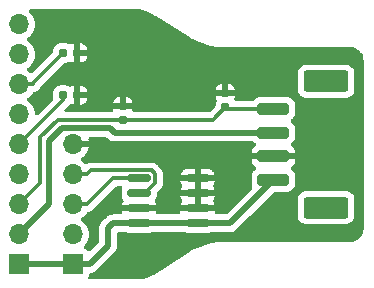
<source format=gbr>
%TF.GenerationSoftware,KiCad,Pcbnew,(6.0.7)*%
%TF.CreationDate,2022-09-05T16:04:27+02:00*%
%TF.ProjectId,autoprobe,6175746f-7072-46f6-9265-2e6b69636164,rev?*%
%TF.SameCoordinates,Original*%
%TF.FileFunction,Copper,L1,Top*%
%TF.FilePolarity,Positive*%
%FSLAX46Y46*%
G04 Gerber Fmt 4.6, Leading zero omitted, Abs format (unit mm)*
G04 Created by KiCad (PCBNEW (6.0.7)) date 2022-09-05 16:04:27*
%MOMM*%
%LPD*%
G01*
G04 APERTURE LIST*
G04 Aperture macros list*
%AMRoundRect*
0 Rectangle with rounded corners*
0 $1 Rounding radius*
0 $2 $3 $4 $5 $6 $7 $8 $9 X,Y pos of 4 corners*
0 Add a 4 corners polygon primitive as box body*
4,1,4,$2,$3,$4,$5,$6,$7,$8,$9,$2,$3,0*
0 Add four circle primitives for the rounded corners*
1,1,$1+$1,$2,$3*
1,1,$1+$1,$4,$5*
1,1,$1+$1,$6,$7*
1,1,$1+$1,$8,$9*
0 Add four rect primitives between the rounded corners*
20,1,$1+$1,$2,$3,$4,$5,0*
20,1,$1+$1,$4,$5,$6,$7,0*
20,1,$1+$1,$6,$7,$8,$9,0*
20,1,$1+$1,$8,$9,$2,$3,0*%
G04 Aperture macros list end*
%TA.AperFunction,SMDPad,CuDef*%
%ADD10RoundRect,0.160000X-0.197500X-0.160000X0.197500X-0.160000X0.197500X0.160000X-0.197500X0.160000X0*%
%TD*%
%TA.AperFunction,SMDPad,CuDef*%
%ADD11RoundRect,0.250000X1.100000X-0.250000X1.100000X0.250000X-1.100000X0.250000X-1.100000X-0.250000X0*%
%TD*%
%TA.AperFunction,SMDPad,CuDef*%
%ADD12RoundRect,0.250000X1.650000X-0.650000X1.650000X0.650000X-1.650000X0.650000X-1.650000X-0.650000X0*%
%TD*%
%TA.AperFunction,SMDPad,CuDef*%
%ADD13RoundRect,0.150000X0.825000X0.150000X-0.825000X0.150000X-0.825000X-0.150000X0.825000X-0.150000X0*%
%TD*%
%TA.AperFunction,SMDPad,CuDef*%
%ADD14RoundRect,0.160000X-0.160000X0.197500X-0.160000X-0.197500X0.160000X-0.197500X0.160000X0.197500X0*%
%TD*%
%TA.AperFunction,SMDPad,CuDef*%
%ADD15RoundRect,0.155000X0.155000X-0.212500X0.155000X0.212500X-0.155000X0.212500X-0.155000X-0.212500X0*%
%TD*%
%TA.AperFunction,ComponentPad*%
%ADD16R,1.700000X1.700000*%
%TD*%
%TA.AperFunction,ComponentPad*%
%ADD17O,1.700000X1.700000*%
%TD*%
%TA.AperFunction,ViaPad*%
%ADD18C,0.800000*%
%TD*%
%TA.AperFunction,Conductor*%
%ADD19C,0.300000*%
%TD*%
%TA.AperFunction,Conductor*%
%ADD20C,0.500000*%
%TD*%
G04 APERTURE END LIST*
D10*
%TO.P,R1,1*%
%TO.N,Net-(J1-Pad5)*%
X144457500Y-85330000D03*
%TO.P,R1,2*%
%TO.N,GND*%
X145652500Y-85330000D03*
%TD*%
%TO.P,R3,1*%
%TO.N,Net-(J1-Pad7)*%
X144457500Y-81755000D03*
%TO.P,R3,2*%
%TO.N,GND*%
X145652500Y-81755000D03*
%TD*%
D11*
%TO.P,J3,1,Pin_1*%
%TO.N,+5V*%
X162255000Y-92505000D03*
%TO.P,J3,2,Pin_2*%
%TO.N,GND*%
X162255000Y-90505000D03*
%TO.P,J3,3,Pin_3*%
%TO.N,-5V*%
X162255000Y-88505000D03*
%TO.P,J3,4,Pin_4*%
%TO.N,Offset*%
X162255000Y-86505000D03*
D12*
%TO.P,J3,MP*%
%TO.N,N/C*%
X166705000Y-84155000D03*
X166705000Y-94855000D03*
%TD*%
D13*
%TO.P,U1,1,E0*%
%TO.N,+5V*%
X155830000Y-96185000D03*
%TO.P,U1,2,E1*%
%TO.N,GND*%
X155830000Y-94915000D03*
%TO.P,U1,3,E2*%
X155830000Y-93645000D03*
%TO.P,U1,4,VSS*%
X155830000Y-92375000D03*
%TO.P,U1,5,SDA*%
%TO.N,SDA*%
X150880000Y-92375000D03*
%TO.P,U1,6,SCL*%
%TO.N,SCL*%
X150880000Y-93645000D03*
%TO.P,U1,7,~{WC}*%
%TO.N,GND*%
X150880000Y-94915000D03*
%TO.P,U1,8,VCC*%
%TO.N,+5V*%
X150880000Y-96185000D03*
%TD*%
D14*
%TO.P,R2,1*%
%TO.N,GND*%
X158180000Y-85182500D03*
%TO.P,R2,2*%
%TO.N,Offset*%
X158180000Y-86377500D03*
%TD*%
D15*
%TO.P,C1,1*%
%TO.N,Offset*%
X149505000Y-87422500D03*
%TO.P,C1,2*%
%TO.N,GND*%
X149505000Y-86287500D03*
%TD*%
D16*
%TO.P,J1,1,Pin_1*%
%TO.N,+5V*%
X140705000Y-99655000D03*
D17*
%TO.P,J1,2,Pin_2*%
%TO.N,-5V*%
X140705000Y-97115000D03*
%TO.P,J1,3,Pin_3*%
%TO.N,Offset*%
X140705000Y-94575000D03*
%TO.P,J1,4,Pin_4*%
%TO.N,SDA*%
X140705000Y-92035000D03*
%TO.P,J1,5,Pin_5*%
%TO.N,Net-(J1-Pad5)*%
X140705000Y-89495000D03*
%TO.P,J1,6,Pin_6*%
%TO.N,SCL*%
X140705000Y-86955000D03*
%TO.P,J1,7,Pin_7*%
%TO.N,Net-(J1-Pad7)*%
X140705000Y-84415000D03*
%TO.P,J1,8,Pin_8*%
%TO.N,-12V*%
X140705000Y-81875000D03*
%TO.P,J1,9,Pin_9*%
%TO.N,+12V*%
X140705000Y-79335000D03*
%TD*%
D16*
%TO.P,J2,1,Pin_1*%
%TO.N,+5V*%
X145280000Y-99655000D03*
D17*
%TO.P,J2,2,Pin_2*%
%TO.N,Offset*%
X145280000Y-97115000D03*
%TO.P,J2,3,Pin_3*%
%TO.N,SDA*%
X145280000Y-94575000D03*
%TO.P,J2,4,Pin_4*%
%TO.N,SCL*%
X145280000Y-92035000D03*
%TO.P,J2,5,Pin_5*%
%TO.N,GND*%
X145280000Y-89495000D03*
%TD*%
D18*
%TO.N,GND*%
X153970000Y-85260000D03*
X162270000Y-96530000D03*
X156280000Y-90580000D03*
X166860000Y-86970000D03*
X147750000Y-85260000D03*
X158800000Y-90580000D03*
X158800000Y-93250000D03*
X148880000Y-100050000D03*
X147820000Y-95150000D03*
X148570000Y-79970000D03*
X151290000Y-99080000D03*
X151250000Y-79990000D03*
X166860000Y-91670000D03*
X151290000Y-90580000D03*
X151250000Y-85260000D03*
X147820000Y-90580000D03*
X161530000Y-83100000D03*
X153500000Y-90580000D03*
X156280000Y-83100000D03*
X148520000Y-83100000D03*
X153500000Y-93710000D03*
X158800000Y-83100000D03*
X153970000Y-83100000D03*
X156280000Y-85260000D03*
X153500000Y-98090000D03*
%TD*%
D19*
%TO.N,Offset*%
X162255000Y-86505000D02*
X158307500Y-86505000D01*
X149505000Y-87422500D02*
X157135000Y-87422500D01*
X142501900Y-88908100D02*
X142501900Y-92778100D01*
X143987500Y-87422500D02*
X142501900Y-88908100D01*
X158307500Y-86505000D02*
X158180000Y-86377500D01*
X149505000Y-87422500D02*
X143987500Y-87422500D01*
X157135000Y-87422500D02*
X158180000Y-86377500D01*
X142501900Y-92778100D02*
X140705000Y-94575000D01*
D20*
%TO.N,+5V*%
X146680000Y-99655000D02*
X145280000Y-99655000D01*
X158575000Y-96185000D02*
X155830000Y-96185000D01*
X150880000Y-96185000D02*
X148675000Y-96185000D01*
X148255000Y-96605000D02*
X148255000Y-98080000D01*
X162255000Y-92505000D02*
X158575000Y-96185000D01*
X148675000Y-96185000D02*
X148255000Y-96605000D01*
X150880000Y-96185000D02*
X155830000Y-96185000D01*
X148255000Y-98080000D02*
X146680000Y-99655000D01*
X140705000Y-99655000D02*
X145280000Y-99655000D01*
%TO.N,-5V*%
X148810900Y-88505000D02*
X148453300Y-88147400D01*
X148453300Y-88147400D02*
X144312600Y-88147400D01*
X143241300Y-94578700D02*
X140705000Y-97115000D01*
X143241300Y-89218700D02*
X143241300Y-94578700D01*
X144312600Y-88147400D02*
X143241300Y-89218700D01*
X162255000Y-88505000D02*
X148810900Y-88505000D01*
D19*
%TO.N,SDA*%
X148680100Y-92375000D02*
X150880000Y-92375000D01*
X145280000Y-94575000D02*
X146480100Y-94575000D01*
X146480100Y-94575000D02*
X148680100Y-92375000D01*
%TO.N,Net-(J1-Pad5)*%
X144457500Y-85742500D02*
X144457500Y-85330000D01*
X140705000Y-89495000D02*
X144457500Y-85742500D01*
%TO.N,SCL*%
X152229700Y-92002600D02*
X152229700Y-92789600D01*
X152229700Y-92789600D02*
X151374300Y-93645000D01*
X146811800Y-91703300D02*
X151930400Y-91703300D01*
X151374300Y-93645000D02*
X150880000Y-93645000D01*
X146480100Y-92035000D02*
X146811800Y-91703300D01*
X145280000Y-92035000D02*
X146480100Y-92035000D01*
X151930400Y-91703300D02*
X152229700Y-92002600D01*
%TO.N,Net-(J1-Pad7)*%
X141905100Y-84415000D02*
X141905100Y-84307400D01*
X140705000Y-84415000D02*
X141905100Y-84415000D01*
X141905100Y-84307400D02*
X144457500Y-81755000D01*
%TD*%
%TA.AperFunction,Conductor*%
%TO.N,GND*%
G36*
X150569959Y-78031793D02*
G01*
X150570020Y-78031006D01*
X150580599Y-78031825D01*
X150590960Y-78034137D01*
X150602497Y-78033387D01*
X150607603Y-78033055D01*
X150634443Y-78033734D01*
X150825087Y-78055853D01*
X150893692Y-78063812D01*
X150908509Y-78066294D01*
X151192423Y-78128707D01*
X151206916Y-78132668D01*
X151483114Y-78223360D01*
X151497135Y-78228761D01*
X151762796Y-78346808D01*
X151776196Y-78353592D01*
X151996249Y-78479302D01*
X152014086Y-78492075D01*
X152019231Y-78495458D01*
X152027183Y-78502488D01*
X152036787Y-78507003D01*
X152036789Y-78507004D01*
X152059089Y-78517487D01*
X152073906Y-78525505D01*
X152287418Y-78657171D01*
X154989209Y-80323276D01*
X155011839Y-80340406D01*
X155019015Y-80347003D01*
X155029288Y-80353866D01*
X155034513Y-80356290D01*
X155039530Y-80359108D01*
X155039513Y-80359139D01*
X155045056Y-80362070D01*
X155397026Y-80572302D01*
X155397042Y-80572311D01*
X155399470Y-80573761D01*
X155784884Y-80765620D01*
X156183840Y-80927443D01*
X156186563Y-80928312D01*
X156186564Y-80928312D01*
X156536969Y-81040091D01*
X156594003Y-81058285D01*
X156596758Y-81058937D01*
X156596763Y-81058938D01*
X157010200Y-81156722D01*
X157010210Y-81156724D01*
X157012971Y-81157377D01*
X157015773Y-81157817D01*
X157015784Y-81157819D01*
X157435484Y-81223700D01*
X157435492Y-81223701D01*
X157438289Y-81224140D01*
X157657119Y-81241498D01*
X157864601Y-81257956D01*
X157864612Y-81257956D01*
X157867468Y-81258183D01*
X157870331Y-81258190D01*
X157870344Y-81258191D01*
X158265724Y-81259223D01*
X158274212Y-81259790D01*
X158274225Y-81259553D01*
X158279962Y-81259862D01*
X158285678Y-81260615D01*
X158291436Y-81260480D01*
X158291440Y-81260480D01*
X158292193Y-81260462D01*
X158298029Y-81260325D01*
X158311794Y-81257850D01*
X158338156Y-81255499D01*
X163887769Y-81255392D01*
X168704481Y-81255299D01*
X168727403Y-81257073D01*
X168733076Y-81257956D01*
X168738335Y-81258775D01*
X168738336Y-81258775D01*
X168748823Y-81260408D01*
X168759353Y-81259031D01*
X168760331Y-81259043D01*
X168790942Y-81258349D01*
X168932174Y-81270333D01*
X168957009Y-81274578D01*
X169116880Y-81316073D01*
X169140644Y-81324442D01*
X169291240Y-81392281D01*
X169313249Y-81404530D01*
X169450269Y-81496780D01*
X169469896Y-81512560D01*
X169589414Y-81626577D01*
X169606104Y-81645443D01*
X169704700Y-81777963D01*
X169717971Y-81799369D01*
X169792827Y-81946606D01*
X169802305Y-81969947D01*
X169851284Y-82127694D01*
X169856691Y-82152290D01*
X169874375Y-82285729D01*
X169874566Y-82301505D01*
X169875427Y-82301475D01*
X169875797Y-82312090D01*
X169874661Y-82322637D01*
X169877173Y-82336670D01*
X169879503Y-82362905D01*
X169879863Y-89061719D01*
X169880266Y-96571051D01*
X169877912Y-96597438D01*
X169875446Y-96611146D01*
X169876575Y-96621706D01*
X169876539Y-96622701D01*
X169876513Y-96653299D01*
X169863245Y-96775438D01*
X169860499Y-96800720D01*
X169855670Y-96825447D01*
X169810737Y-96983195D01*
X169808631Y-96990587D01*
X169799706Y-97014145D01*
X169754492Y-97108519D01*
X169725513Y-97169004D01*
X169712745Y-97190724D01*
X169613522Y-97330866D01*
X169597278Y-97350123D01*
X169536569Y-97410835D01*
X169503255Y-97444151D01*
X169475861Y-97471546D01*
X169456613Y-97487784D01*
X169316455Y-97587027D01*
X169294752Y-97599785D01*
X169139888Y-97673989D01*
X169116338Y-97682912D01*
X168951192Y-97729961D01*
X168926474Y-97734789D01*
X168786439Y-97750007D01*
X168770373Y-97749824D01*
X168770382Y-97750650D01*
X168759767Y-97750771D01*
X168749244Y-97749386D01*
X168738756Y-97751010D01*
X168738755Y-97751010D01*
X168727551Y-97752745D01*
X168704751Y-97754500D01*
X158341106Y-97754500D01*
X158313414Y-97751904D01*
X158308254Y-97750928D01*
X158308251Y-97750928D01*
X158302596Y-97749858D01*
X158296851Y-97749671D01*
X158296847Y-97749671D01*
X158296314Y-97749654D01*
X158290247Y-97749457D01*
X158284528Y-97750158D01*
X158278790Y-97750415D01*
X158278787Y-97750350D01*
X158273102Y-97750749D01*
X157858001Y-97758232D01*
X157855169Y-97758501D01*
X157855164Y-97758501D01*
X157616034Y-97781192D01*
X157427638Y-97799068D01*
X157228766Y-97833449D01*
X157004480Y-97872222D01*
X157004468Y-97872225D01*
X157001660Y-97872710D01*
X156582565Y-97978726D01*
X156579862Y-97979635D01*
X156579858Y-97979636D01*
X156175509Y-98115587D01*
X156175504Y-98115589D01*
X156172809Y-98116495D01*
X156170192Y-98117605D01*
X156170185Y-98117607D01*
X156099559Y-98147545D01*
X155774794Y-98285210D01*
X155390854Y-98483880D01*
X155050582Y-98694423D01*
X155043181Y-98698371D01*
X155043298Y-98698584D01*
X155038256Y-98701358D01*
X155033011Y-98703736D01*
X155028196Y-98706892D01*
X155028192Y-98706894D01*
X155027486Y-98707357D01*
X155022677Y-98710509D01*
X155013315Y-98718966D01*
X154991645Y-98735223D01*
X152097024Y-100520238D01*
X152078970Y-100529052D01*
X152073384Y-100532090D01*
X152063434Y-100535788D01*
X152049913Y-100545862D01*
X152027143Y-100559839D01*
X151797787Y-100673681D01*
X151784272Y-100679573D01*
X151688555Y-100715776D01*
X151516816Y-100780731D01*
X151502764Y-100785263D01*
X151226632Y-100859448D01*
X151212200Y-100862568D01*
X150930071Y-100909061D01*
X150915402Y-100910737D01*
X150667444Y-100926675D01*
X150644856Y-100925821D01*
X150639293Y-100925834D01*
X150628782Y-100924355D01*
X150618279Y-100925885D01*
X150618276Y-100925885D01*
X150604144Y-100927944D01*
X150582666Y-100929500D01*
X146720402Y-100929500D01*
X146645902Y-100909538D01*
X146591364Y-100855000D01*
X146571402Y-100780500D01*
X146580882Y-100728201D01*
X146623851Y-100613580D01*
X146630500Y-100552377D01*
X146630500Y-100548336D01*
X146630718Y-100544315D01*
X146631847Y-100544376D01*
X146650462Y-100474903D01*
X146705000Y-100420365D01*
X146767421Y-100400893D01*
X146819433Y-100396663D01*
X146819437Y-100396662D01*
X146828059Y-100395961D01*
X146836294Y-100393293D01*
X146840789Y-100392395D01*
X146845229Y-100391346D01*
X146853828Y-100390343D01*
X146861959Y-100387392D01*
X146861966Y-100387390D01*
X146921326Y-100365843D01*
X146926244Y-100364155D01*
X146986303Y-100344698D01*
X146986308Y-100344696D01*
X146994546Y-100342027D01*
X147001953Y-100337532D01*
X147006120Y-100335624D01*
X147010192Y-100333585D01*
X147018331Y-100330631D01*
X147078391Y-100291254D01*
X147082757Y-100288500D01*
X147138485Y-100254683D01*
X147138487Y-100254681D01*
X147144160Y-100251239D01*
X147149126Y-100246852D01*
X147149131Y-100246849D01*
X147150728Y-100245438D01*
X147150732Y-100245434D01*
X147152452Y-100243915D01*
X147152816Y-100243551D01*
X147157542Y-100239360D01*
X147164685Y-100234677D01*
X147217150Y-100179294D01*
X147219961Y-100176406D01*
X148737463Y-98658904D01*
X148754507Y-98644257D01*
X148763354Y-98637746D01*
X148770324Y-98632617D01*
X148803531Y-98593530D01*
X148811725Y-98584642D01*
X148816670Y-98579697D01*
X148833869Y-98557958D01*
X148837151Y-98553956D01*
X148878029Y-98505840D01*
X148883632Y-98499245D01*
X148887566Y-98491539D01*
X148890097Y-98487745D01*
X148892507Y-98483843D01*
X148897881Y-98477051D01*
X148905341Y-98461090D01*
X148928286Y-98411996D01*
X148930570Y-98407324D01*
X148959280Y-98351098D01*
X148963219Y-98343384D01*
X148965276Y-98334975D01*
X148966868Y-98330696D01*
X148968315Y-98326346D01*
X148971979Y-98318507D01*
X148974893Y-98304501D01*
X148986602Y-98248206D01*
X148987750Y-98243136D01*
X149003238Y-98179841D01*
X149003239Y-98179835D01*
X149004815Y-98173394D01*
X149005500Y-98162352D01*
X149005500Y-98161821D01*
X149005878Y-98155531D01*
X149007617Y-98147170D01*
X149007256Y-98133807D01*
X149005555Y-98070955D01*
X149005500Y-98066925D01*
X149005500Y-97084500D01*
X149025462Y-97010000D01*
X149080000Y-96955462D01*
X149154500Y-96935500D01*
X149769113Y-96935500D01*
X149810683Y-96941416D01*
X149952431Y-96982598D01*
X149989306Y-96985500D01*
X151770694Y-96985500D01*
X151807569Y-96982598D01*
X151949317Y-96941416D01*
X151990887Y-96935500D01*
X154719113Y-96935500D01*
X154760683Y-96941416D01*
X154902431Y-96982598D01*
X154939306Y-96985500D01*
X156720694Y-96985500D01*
X156757569Y-96982598D01*
X156899317Y-96941416D01*
X156940887Y-96935500D01*
X158506809Y-96935500D01*
X158529217Y-96937195D01*
X158540071Y-96938846D01*
X158548630Y-96940148D01*
X158557251Y-96939447D01*
X158557255Y-96939447D01*
X158599752Y-96935990D01*
X158611831Y-96935500D01*
X158618822Y-96935500D01*
X158623100Y-96935001D01*
X158623121Y-96935000D01*
X158646337Y-96932293D01*
X158651513Y-96931780D01*
X158714433Y-96926663D01*
X158714437Y-96926662D01*
X158723059Y-96925961D01*
X158731294Y-96923293D01*
X158735789Y-96922395D01*
X158740229Y-96921346D01*
X158748828Y-96920343D01*
X158756959Y-96917392D01*
X158756966Y-96917390D01*
X158816326Y-96895843D01*
X158821244Y-96894155D01*
X158881303Y-96874698D01*
X158881308Y-96874696D01*
X158889546Y-96872027D01*
X158896953Y-96867532D01*
X158901120Y-96865624D01*
X158905192Y-96863585D01*
X158913331Y-96860631D01*
X158973391Y-96821254D01*
X158977757Y-96818500D01*
X159033485Y-96784683D01*
X159033487Y-96784681D01*
X159039160Y-96781239D01*
X159044126Y-96776852D01*
X159044131Y-96776849D01*
X159045728Y-96775438D01*
X159045732Y-96775434D01*
X159047452Y-96773915D01*
X159047816Y-96773551D01*
X159052542Y-96769360D01*
X159059685Y-96764677D01*
X159112149Y-96709295D01*
X159114960Y-96706407D01*
X160266501Y-95554866D01*
X164304500Y-95554866D01*
X164304898Y-95558697D01*
X164304898Y-95558706D01*
X164314517Y-95651407D01*
X164315359Y-95659519D01*
X164317940Y-95667254D01*
X164317940Y-95667256D01*
X164367605Y-95816119D01*
X164370744Y-95825529D01*
X164462834Y-95974345D01*
X164468953Y-95980454D01*
X164468956Y-95980457D01*
X164580564Y-96091870D01*
X164586689Y-96097984D01*
X164640323Y-96131044D01*
X164718382Y-96179160D01*
X164735666Y-96189814D01*
X164743880Y-96192538D01*
X164743881Y-96192539D01*
X164894044Y-96242347D01*
X164894047Y-96242348D01*
X164901772Y-96244910D01*
X164909869Y-96245740D01*
X164909871Y-96245740D01*
X165001345Y-96255112D01*
X165001349Y-96255112D01*
X165005134Y-96255500D01*
X168404866Y-96255500D01*
X168408697Y-96255102D01*
X168408706Y-96255102D01*
X168501407Y-96245483D01*
X168501410Y-96245482D01*
X168509519Y-96244641D01*
X168517254Y-96242060D01*
X168517256Y-96242060D01*
X168667320Y-96191995D01*
X168667322Y-96191994D01*
X168675529Y-96189256D01*
X168824345Y-96097166D01*
X168830454Y-96091047D01*
X168830457Y-96091044D01*
X168941870Y-95979436D01*
X168941871Y-95979434D01*
X168947984Y-95973311D01*
X169019071Y-95857986D01*
X169035272Y-95831703D01*
X169035273Y-95831701D01*
X169039814Y-95824334D01*
X169073444Y-95722946D01*
X169092347Y-95665956D01*
X169092348Y-95665953D01*
X169094910Y-95658228D01*
X169099687Y-95611609D01*
X169105112Y-95558655D01*
X169105112Y-95558651D01*
X169105500Y-95554866D01*
X169105500Y-94155134D01*
X169101608Y-94117620D01*
X169095483Y-94058593D01*
X169095482Y-94058590D01*
X169094641Y-94050481D01*
X169042769Y-93895000D01*
X169041995Y-93892680D01*
X169041994Y-93892678D01*
X169039256Y-93884471D01*
X168947166Y-93735655D01*
X168941047Y-93729546D01*
X168941044Y-93729543D01*
X168829436Y-93618130D01*
X168829434Y-93618129D01*
X168823311Y-93612016D01*
X168674334Y-93520186D01*
X168666119Y-93517461D01*
X168515956Y-93467653D01*
X168515953Y-93467652D01*
X168508228Y-93465090D01*
X168500131Y-93464260D01*
X168500129Y-93464260D01*
X168408655Y-93454888D01*
X168408651Y-93454888D01*
X168404866Y-93454500D01*
X165005134Y-93454500D01*
X165001303Y-93454898D01*
X165001294Y-93454898D01*
X164908593Y-93464517D01*
X164908590Y-93464518D01*
X164900481Y-93465359D01*
X164892746Y-93467940D01*
X164892744Y-93467940D01*
X164742680Y-93518005D01*
X164742678Y-93518006D01*
X164734471Y-93520744D01*
X164585655Y-93612834D01*
X164579546Y-93618953D01*
X164579543Y-93618956D01*
X164468130Y-93730564D01*
X164462016Y-93736689D01*
X164370186Y-93885666D01*
X164367462Y-93893880D01*
X164367461Y-93893881D01*
X164318085Y-94042744D01*
X164315090Y-94051772D01*
X164314260Y-94059869D01*
X164314260Y-94059871D01*
X164306355Y-94137031D01*
X164304500Y-94155134D01*
X164304500Y-95554866D01*
X160266501Y-95554866D01*
X162272227Y-93549141D01*
X162339022Y-93510577D01*
X162377586Y-93505500D01*
X163404866Y-93505500D01*
X163408697Y-93505102D01*
X163408706Y-93505102D01*
X163501407Y-93495483D01*
X163501410Y-93495482D01*
X163509519Y-93494641D01*
X163517254Y-93492060D01*
X163517256Y-93492060D01*
X163667320Y-93441995D01*
X163667322Y-93441994D01*
X163675529Y-93439256D01*
X163824345Y-93347166D01*
X163830454Y-93341047D01*
X163830457Y-93341044D01*
X163941870Y-93229436D01*
X163941871Y-93229434D01*
X163947984Y-93223311D01*
X164023177Y-93101325D01*
X164035272Y-93081703D01*
X164035273Y-93081701D01*
X164039814Y-93074334D01*
X164088150Y-92928608D01*
X164092347Y-92915956D01*
X164092348Y-92915953D01*
X164094910Y-92908228D01*
X164097047Y-92887376D01*
X164105112Y-92808655D01*
X164105112Y-92808651D01*
X164105500Y-92804866D01*
X164105500Y-92205134D01*
X164095945Y-92113042D01*
X164095483Y-92108593D01*
X164095482Y-92108590D01*
X164094641Y-92100481D01*
X164088727Y-92082753D01*
X164041995Y-91942680D01*
X164041994Y-91942678D01*
X164039256Y-91934471D01*
X163947166Y-91785655D01*
X163941047Y-91779546D01*
X163941044Y-91779543D01*
X163829436Y-91668130D01*
X163829434Y-91668129D01*
X163823311Y-91662016D01*
X163773829Y-91631515D01*
X163720885Y-91575430D01*
X163703077Y-91500386D01*
X163725176Y-91426492D01*
X163773610Y-91377974D01*
X163816674Y-91351326D01*
X163830144Y-91340650D01*
X163941473Y-91229126D01*
X163952132Y-91215630D01*
X164034817Y-91081489D01*
X164042083Y-91065907D01*
X164091856Y-90915847D01*
X164095246Y-90900036D01*
X164104612Y-90808622D01*
X164105000Y-90801029D01*
X164105000Y-90774616D01*
X164100855Y-90759145D01*
X164085384Y-90755000D01*
X160424617Y-90755000D01*
X160409146Y-90759145D01*
X160405001Y-90774616D01*
X160405001Y-90800989D01*
X160405397Y-90808654D01*
X160415010Y-90901308D01*
X160418432Y-90917152D01*
X160468460Y-91067102D01*
X160475755Y-91082677D01*
X160558677Y-91216677D01*
X160569350Y-91230144D01*
X160680874Y-91341473D01*
X160694368Y-91352129D01*
X160736168Y-91377895D01*
X160789113Y-91433980D01*
X160806922Y-91509024D01*
X160784824Y-91582919D01*
X160736390Y-91631437D01*
X160693016Y-91658278D01*
X160693011Y-91658282D01*
X160685655Y-91662834D01*
X160679546Y-91668953D01*
X160679543Y-91668956D01*
X160568130Y-91780564D01*
X160562016Y-91786689D01*
X160557474Y-91794058D01*
X160492152Y-91900031D01*
X160470186Y-91935666D01*
X160467462Y-91943880D01*
X160467461Y-91943881D01*
X160418085Y-92092744D01*
X160415090Y-92101772D01*
X160404500Y-92205134D01*
X160404500Y-92804866D01*
X160404898Y-92808697D01*
X160404898Y-92808706D01*
X160414483Y-92901075D01*
X160415359Y-92909519D01*
X160417940Y-92917254D01*
X160417940Y-92917256D01*
X160442135Y-92989776D01*
X160470744Y-93075529D01*
X160475298Y-93082887D01*
X160475762Y-93083879D01*
X160489287Y-93159812D01*
X160463034Y-93232334D01*
X160446191Y-93252442D01*
X158307774Y-95390859D01*
X158240979Y-95429423D01*
X158202415Y-95434500D01*
X157422976Y-95434500D01*
X157348476Y-95414538D01*
X157293938Y-95360000D01*
X157273976Y-95285500D01*
X157279892Y-95243930D01*
X157299349Y-95176958D01*
X157297839Y-95168808D01*
X157287086Y-95165000D01*
X154377320Y-95165000D01*
X154361849Y-95169145D01*
X154360185Y-95175356D01*
X154380108Y-95243930D01*
X154381723Y-95321041D01*
X154344567Y-95388629D01*
X154278594Y-95428584D01*
X154237024Y-95434500D01*
X152472976Y-95434500D01*
X152398476Y-95414538D01*
X152343938Y-95360000D01*
X152323976Y-95285500D01*
X152329892Y-95243930D01*
X152349349Y-95176958D01*
X152347839Y-95168808D01*
X152337086Y-95165000D01*
X149427320Y-95165000D01*
X149411849Y-95169145D01*
X149410185Y-95175356D01*
X149430108Y-95243930D01*
X149431723Y-95321041D01*
X149394567Y-95388629D01*
X149328594Y-95428584D01*
X149287024Y-95434500D01*
X148743197Y-95434500D01*
X148720788Y-95432805D01*
X148720637Y-95432782D01*
X148701370Y-95429851D01*
X148650765Y-95433967D01*
X148650239Y-95434010D01*
X148638159Y-95434500D01*
X148631178Y-95434500D01*
X148626891Y-95435000D01*
X148626887Y-95435000D01*
X148603655Y-95437708D01*
X148598485Y-95438219D01*
X148535569Y-95443337D01*
X148535568Y-95443337D01*
X148526941Y-95444039D01*
X148518711Y-95446705D01*
X148514217Y-95447603D01*
X148509767Y-95448655D01*
X148501172Y-95449657D01*
X148493041Y-95452608D01*
X148493034Y-95452610D01*
X148433674Y-95474157D01*
X148428756Y-95475845D01*
X148368697Y-95495302D01*
X148368692Y-95495304D01*
X148360454Y-95497973D01*
X148353047Y-95502468D01*
X148348880Y-95504376D01*
X148344808Y-95506415D01*
X148336669Y-95509369D01*
X148276609Y-95548746D01*
X148272243Y-95551500D01*
X148216509Y-95585320D01*
X148216502Y-95585325D01*
X148210840Y-95588761D01*
X148205873Y-95593147D01*
X148205871Y-95593149D01*
X148204274Y-95594559D01*
X148204262Y-95594570D01*
X148202548Y-95596084D01*
X148202168Y-95596464D01*
X148197461Y-95600638D01*
X148190315Y-95605323D01*
X148184361Y-95611608D01*
X148184360Y-95611609D01*
X148137866Y-95660689D01*
X148135055Y-95663577D01*
X147953633Y-95845000D01*
X147772537Y-96026096D01*
X147755493Y-96040743D01*
X147739676Y-96052383D01*
X147734075Y-96058976D01*
X147706465Y-96091475D01*
X147698270Y-96100363D01*
X147693330Y-96105303D01*
X147676131Y-96127042D01*
X147672860Y-96131031D01*
X147626368Y-96185755D01*
X147622434Y-96193461D01*
X147619903Y-96197255D01*
X147617493Y-96201157D01*
X147612119Y-96207949D01*
X147608453Y-96215793D01*
X147581714Y-96273004D01*
X147579430Y-96277676D01*
X147546781Y-96341616D01*
X147544724Y-96350025D01*
X147543132Y-96354304D01*
X147541685Y-96358654D01*
X147538021Y-96366493D01*
X147536259Y-96374964D01*
X147523398Y-96436796D01*
X147522257Y-96441839D01*
X147505185Y-96511606D01*
X147504500Y-96522648D01*
X147504500Y-96523180D01*
X147504122Y-96529466D01*
X147502382Y-96537831D01*
X147502616Y-96546484D01*
X147502616Y-96546486D01*
X147504445Y-96614068D01*
X147504500Y-96618099D01*
X147504500Y-97707415D01*
X147484538Y-97781915D01*
X147460859Y-97812774D01*
X146754137Y-98519496D01*
X146687342Y-98558060D01*
X146610214Y-98558060D01*
X146543419Y-98519496D01*
X146529547Y-98503495D01*
X146493915Y-98455951D01*
X146493912Y-98455948D01*
X146487546Y-98447454D01*
X146372824Y-98361474D01*
X146277203Y-98325628D01*
X146214451Y-98280785D01*
X146182527Y-98210573D01*
X146189986Y-98133807D01*
X146224146Y-98080750D01*
X146318495Y-97986401D01*
X146454035Y-97792829D01*
X146553903Y-97578663D01*
X146615063Y-97350408D01*
X146635659Y-97115000D01*
X146632991Y-97084500D01*
X146615630Y-96886068D01*
X146615629Y-96886063D01*
X146615063Y-96879592D01*
X146611321Y-96865624D01*
X146582589Y-96758396D01*
X146553903Y-96651337D01*
X146454035Y-96437171D01*
X146318495Y-96243599D01*
X146151401Y-96076505D01*
X145995089Y-95967054D01*
X145945512Y-95907970D01*
X145932119Y-95832014D01*
X145958498Y-95759537D01*
X145995089Y-95722946D01*
X146076479Y-95665956D01*
X146151401Y-95613495D01*
X146318495Y-95446401D01*
X146429990Y-95287169D01*
X146489072Y-95237593D01*
X146547361Y-95223707D01*
X146573299Y-95222892D01*
X146573302Y-95222891D01*
X146582669Y-95222597D01*
X146601158Y-95217225D01*
X146624053Y-95212484D01*
X146627622Y-95212033D01*
X146633857Y-95211246D01*
X146633858Y-95211246D01*
X146643158Y-95210071D01*
X146684511Y-95193698D01*
X146697794Y-95189150D01*
X146731493Y-95179360D01*
X146740498Y-95176744D01*
X146757076Y-95166940D01*
X146778063Y-95156658D01*
X146795971Y-95149568D01*
X146831954Y-95123425D01*
X146843676Y-95115725D01*
X146873895Y-95097854D01*
X146873898Y-95097852D01*
X146881965Y-95093081D01*
X146895580Y-95079466D01*
X146913359Y-95064281D01*
X146921355Y-95058472D01*
X146921357Y-95058470D01*
X146928937Y-95052963D01*
X146957285Y-95018696D01*
X146966733Y-95008313D01*
X148905905Y-93069141D01*
X148972700Y-93030577D01*
X149011264Y-93025500D01*
X149318192Y-93025500D01*
X149392692Y-93045462D01*
X149447230Y-93100000D01*
X149467192Y-93174500D01*
X149455547Y-93230728D01*
X149453256Y-93234602D01*
X149450642Y-93243600D01*
X149450641Y-93243602D01*
X149448073Y-93252442D01*
X149407402Y-93392431D01*
X149404500Y-93429306D01*
X149404500Y-93860694D01*
X149407402Y-93897569D01*
X149409526Y-93904879D01*
X149409526Y-93904880D01*
X149449580Y-94042744D01*
X149453256Y-94055398D01*
X149458025Y-94063462D01*
X149531964Y-94188486D01*
X149532504Y-94189400D01*
X149532505Y-94189402D01*
X149536919Y-94196865D01*
X149535897Y-94197470D01*
X149562261Y-94260189D01*
X149552595Y-94336709D01*
X149537199Y-94363374D01*
X149537317Y-94363444D01*
X149458487Y-94496738D01*
X149451104Y-94513798D01*
X149410650Y-94653042D01*
X149412161Y-94661192D01*
X149422914Y-94665000D01*
X152332680Y-94665000D01*
X152348151Y-94660855D01*
X152349815Y-94654644D01*
X152308896Y-94513798D01*
X152301513Y-94496738D01*
X152222683Y-94363444D01*
X152223852Y-94362753D01*
X152197739Y-94300632D01*
X152207405Y-94224112D01*
X152223122Y-94196889D01*
X152223081Y-94196865D01*
X152225411Y-94192925D01*
X152228037Y-94188486D01*
X152301975Y-94063462D01*
X152306744Y-94055398D01*
X152310421Y-94042744D01*
X152350336Y-93905356D01*
X154360185Y-93905356D01*
X154401104Y-94046202D01*
X154408487Y-94063262D01*
X154482544Y-94188486D01*
X154482691Y-94188675D01*
X154482777Y-94188879D01*
X154487317Y-94196556D01*
X154486265Y-94197178D01*
X154512580Y-94259776D01*
X154502914Y-94336296D01*
X154487260Y-94363410D01*
X154487317Y-94363444D01*
X154484119Y-94368852D01*
X154482691Y-94371325D01*
X154482544Y-94371514D01*
X154408487Y-94496738D01*
X154401104Y-94513798D01*
X154360650Y-94653042D01*
X154362161Y-94661192D01*
X154372914Y-94665000D01*
X155560384Y-94665000D01*
X155575855Y-94660855D01*
X155580000Y-94645384D01*
X156080000Y-94645384D01*
X156084145Y-94660855D01*
X156099616Y-94665000D01*
X157282680Y-94665000D01*
X157298151Y-94660855D01*
X157299815Y-94654644D01*
X157258896Y-94513798D01*
X157251513Y-94496738D01*
X157177456Y-94371514D01*
X157177309Y-94371325D01*
X157177223Y-94371121D01*
X157172683Y-94363444D01*
X157173735Y-94362822D01*
X157147420Y-94300224D01*
X157157086Y-94223704D01*
X157172740Y-94196590D01*
X157172683Y-94196556D01*
X157175881Y-94191148D01*
X157177309Y-94188675D01*
X157177456Y-94188486D01*
X157251513Y-94063262D01*
X157258896Y-94046202D01*
X157299350Y-93906958D01*
X157297839Y-93898808D01*
X157287086Y-93895000D01*
X156099616Y-93895000D01*
X156084145Y-93899145D01*
X156080000Y-93914616D01*
X156080000Y-94645384D01*
X155580000Y-94645384D01*
X155580000Y-93914616D01*
X155575855Y-93899145D01*
X155560384Y-93895000D01*
X154377320Y-93895000D01*
X154361849Y-93899145D01*
X154360185Y-93905356D01*
X152350336Y-93905356D01*
X152350474Y-93904880D01*
X152350474Y-93904879D01*
X152352598Y-93897569D01*
X152355500Y-93860694D01*
X152355500Y-93645464D01*
X152375462Y-93570964D01*
X152399141Y-93540105D01*
X152632999Y-93306247D01*
X152640821Y-93299129D01*
X152647640Y-93294802D01*
X152654057Y-93287968D01*
X152654060Y-93287966D01*
X152695272Y-93244079D01*
X152698529Y-93240717D01*
X152718611Y-93220635D01*
X152721477Y-93216941D01*
X152724348Y-93213684D01*
X152729705Y-93207412D01*
X152753731Y-93181827D01*
X152753733Y-93181825D01*
X152760148Y-93174993D01*
X152769426Y-93158115D01*
X152782257Y-93138583D01*
X152794062Y-93123364D01*
X152797785Y-93114761D01*
X152811723Y-93082553D01*
X152817891Y-93069960D01*
X152839327Y-93030968D01*
X152841657Y-93021892D01*
X152841659Y-93021888D01*
X152844117Y-93012314D01*
X152851688Y-92990198D01*
X152859335Y-92972527D01*
X152866291Y-92928608D01*
X152869138Y-92914862D01*
X152877869Y-92880856D01*
X152877869Y-92880855D01*
X152880200Y-92871777D01*
X152880200Y-92852521D01*
X152882034Y-92829212D01*
X152883581Y-92819447D01*
X152883581Y-92819444D01*
X152885046Y-92810195D01*
X152880861Y-92765922D01*
X152880200Y-92751901D01*
X152880200Y-92635356D01*
X154360185Y-92635356D01*
X154401104Y-92776202D01*
X154408487Y-92793262D01*
X154482544Y-92918486D01*
X154482691Y-92918675D01*
X154482777Y-92918879D01*
X154487317Y-92926556D01*
X154486265Y-92927178D01*
X154512580Y-92989776D01*
X154502914Y-93066296D01*
X154487260Y-93093410D01*
X154487317Y-93093444D01*
X154484119Y-93098852D01*
X154482691Y-93101325D01*
X154482544Y-93101514D01*
X154408487Y-93226738D01*
X154401104Y-93243798D01*
X154360650Y-93383042D01*
X154362161Y-93391192D01*
X154372914Y-93395000D01*
X155560384Y-93395000D01*
X155575855Y-93390855D01*
X155580000Y-93375384D01*
X156080000Y-93375384D01*
X156084145Y-93390855D01*
X156099616Y-93395000D01*
X157282680Y-93395000D01*
X157298151Y-93390855D01*
X157299815Y-93384644D01*
X157258896Y-93243798D01*
X157251513Y-93226738D01*
X157177456Y-93101514D01*
X157177309Y-93101325D01*
X157177223Y-93101121D01*
X157172683Y-93093444D01*
X157173735Y-93092822D01*
X157147420Y-93030224D01*
X157157086Y-92953704D01*
X157172740Y-92926590D01*
X157172683Y-92926556D01*
X157175881Y-92921148D01*
X157177309Y-92918675D01*
X157177456Y-92918486D01*
X157251513Y-92793262D01*
X157258896Y-92776202D01*
X157299350Y-92636958D01*
X157297839Y-92628808D01*
X157287086Y-92625000D01*
X156099616Y-92625000D01*
X156084145Y-92629145D01*
X156080000Y-92644616D01*
X156080000Y-93375384D01*
X155580000Y-93375384D01*
X155580000Y-92644616D01*
X155575855Y-92629145D01*
X155560384Y-92625000D01*
X154377320Y-92625000D01*
X154361849Y-92629145D01*
X154360185Y-92635356D01*
X152880200Y-92635356D01*
X152880200Y-92113042D01*
X154360650Y-92113042D01*
X154362161Y-92121192D01*
X154372914Y-92125000D01*
X155560384Y-92125000D01*
X155575855Y-92120855D01*
X155580000Y-92105384D01*
X156080000Y-92105384D01*
X156084145Y-92120855D01*
X156099616Y-92125000D01*
X157282680Y-92125000D01*
X157298151Y-92120855D01*
X157299815Y-92114644D01*
X157258896Y-91973798D01*
X157251513Y-91956738D01*
X157177456Y-91831514D01*
X157166053Y-91816814D01*
X157063186Y-91713947D01*
X157048486Y-91702544D01*
X156923262Y-91628487D01*
X156906202Y-91621104D01*
X156764803Y-91580024D01*
X156749901Y-91577303D01*
X156723546Y-91575229D01*
X156717725Y-91575000D01*
X156099616Y-91575000D01*
X156084145Y-91579145D01*
X156080000Y-91594616D01*
X156080000Y-92105384D01*
X155580000Y-92105384D01*
X155580000Y-91594616D01*
X155575855Y-91579145D01*
X155560384Y-91575000D01*
X154942275Y-91575000D01*
X154936454Y-91575229D01*
X154910099Y-91577303D01*
X154895197Y-91580024D01*
X154753798Y-91621104D01*
X154736738Y-91628487D01*
X154611514Y-91702544D01*
X154596814Y-91713947D01*
X154493947Y-91816814D01*
X154482544Y-91831514D01*
X154408487Y-91956738D01*
X154401104Y-91973798D01*
X154360650Y-92113042D01*
X152880200Y-92113042D01*
X152880200Y-92082753D01*
X152880698Y-92072185D01*
X152882460Y-92064303D01*
X152880274Y-91994750D01*
X152880200Y-91990069D01*
X152880200Y-91961675D01*
X152879615Y-91957042D01*
X152879343Y-91952718D01*
X152878694Y-91944471D01*
X152877592Y-91909401D01*
X152877591Y-91909397D01*
X152877297Y-91900031D01*
X152871925Y-91881542D01*
X152867184Y-91858646D01*
X152865946Y-91848843D01*
X152865946Y-91848842D01*
X152864771Y-91839542D01*
X152848399Y-91798191D01*
X152843851Y-91784908D01*
X152834060Y-91751206D01*
X152831444Y-91742201D01*
X152826673Y-91734134D01*
X152826671Y-91734129D01*
X152821641Y-91725624D01*
X152811358Y-91704633D01*
X152807723Y-91695453D01*
X152807720Y-91695447D01*
X152804268Y-91686729D01*
X152798759Y-91679147D01*
X152798755Y-91679139D01*
X152778123Y-91650742D01*
X152770417Y-91639011D01*
X152747781Y-91600735D01*
X152734166Y-91587120D01*
X152718981Y-91569341D01*
X152713172Y-91561345D01*
X152713170Y-91561343D01*
X152707663Y-91553763D01*
X152673396Y-91525415D01*
X152663013Y-91515967D01*
X152447047Y-91300001D01*
X152439929Y-91292179D01*
X152435602Y-91285360D01*
X152428768Y-91278943D01*
X152428766Y-91278940D01*
X152384879Y-91237728D01*
X152381517Y-91234471D01*
X152361435Y-91214389D01*
X152357741Y-91211523D01*
X152354484Y-91208652D01*
X152348212Y-91203295D01*
X152322627Y-91179269D01*
X152322625Y-91179267D01*
X152315793Y-91172852D01*
X152298915Y-91163574D01*
X152279383Y-91150743D01*
X152264164Y-91138938D01*
X152255559Y-91135214D01*
X152255555Y-91135212D01*
X152223351Y-91121277D01*
X152210752Y-91115105D01*
X152171768Y-91093673D01*
X152154140Y-91089147D01*
X152153112Y-91088883D01*
X152130994Y-91081311D01*
X152113326Y-91073665D01*
X152104070Y-91072199D01*
X152104067Y-91072198D01*
X152069410Y-91066709D01*
X152055666Y-91063863D01*
X152021657Y-91055131D01*
X152021654Y-91055131D01*
X152012577Y-91052800D01*
X151993321Y-91052800D01*
X151970011Y-91050965D01*
X151960253Y-91049419D01*
X151960250Y-91049419D01*
X151950995Y-91047953D01*
X151923629Y-91050540D01*
X151906714Y-91052139D01*
X151892691Y-91052800D01*
X146891954Y-91052800D01*
X146881386Y-91052302D01*
X146873504Y-91050540D01*
X146864136Y-91050834D01*
X146864132Y-91050834D01*
X146803938Y-91052726D01*
X146799258Y-91052800D01*
X146770875Y-91052800D01*
X146766237Y-91053386D01*
X146761892Y-91053659D01*
X146753684Y-91054305D01*
X146744914Y-91054580D01*
X146718604Y-91055407D01*
X146718601Y-91055407D01*
X146709231Y-91055702D01*
X146700228Y-91058318D01*
X146700225Y-91058318D01*
X146690735Y-91061075D01*
X146667848Y-91065815D01*
X146648742Y-91068229D01*
X146640033Y-91071677D01*
X146640026Y-91071679D01*
X146607396Y-91084599D01*
X146594112Y-91089147D01*
X146560406Y-91098939D01*
X146560405Y-91098939D01*
X146551402Y-91101555D01*
X146543333Y-91106327D01*
X146543331Y-91106328D01*
X146534826Y-91111358D01*
X146513830Y-91121645D01*
X146495929Y-91128732D01*
X146475918Y-91143271D01*
X146403914Y-91170910D01*
X146327736Y-91158844D01*
X146282981Y-91128085D01*
X146151401Y-90996505D01*
X145994652Y-90886748D01*
X145945075Y-90827664D01*
X145931682Y-90751708D01*
X145958061Y-90679231D01*
X145994652Y-90642640D01*
X146145751Y-90536839D01*
X146155681Y-90528507D01*
X146313512Y-90370676D01*
X146321839Y-90360752D01*
X146449867Y-90177910D01*
X146456351Y-90166678D01*
X146550683Y-89964384D01*
X146555114Y-89952210D01*
X146605559Y-89763948D01*
X146605559Y-89747931D01*
X146600482Y-89745000D01*
X145179000Y-89745000D01*
X145104500Y-89725038D01*
X145049962Y-89670500D01*
X145030000Y-89596000D01*
X145030000Y-89394000D01*
X145049962Y-89319500D01*
X145104500Y-89264962D01*
X145179000Y-89245000D01*
X146591020Y-89245000D01*
X146606491Y-89240855D01*
X146608008Y-89235192D01*
X146567888Y-89085464D01*
X146567888Y-89008336D01*
X146606452Y-88941541D01*
X146673247Y-88902977D01*
X146711811Y-88897900D01*
X148080714Y-88897900D01*
X148155214Y-88917862D01*
X148186073Y-88941541D01*
X148231995Y-88987463D01*
X148246641Y-89004506D01*
X148253151Y-89013353D01*
X148253160Y-89013362D01*
X148258283Y-89020324D01*
X148264877Y-89025926D01*
X148297363Y-89053525D01*
X148306251Y-89061719D01*
X148311203Y-89066671D01*
X148320889Y-89074334D01*
X148332938Y-89083867D01*
X148336957Y-89087163D01*
X148385056Y-89128026D01*
X148391655Y-89133632D01*
X148399367Y-89137570D01*
X148403192Y-89140121D01*
X148407061Y-89142510D01*
X148413849Y-89147881D01*
X148421688Y-89151545D01*
X148421690Y-89151546D01*
X148478902Y-89178285D01*
X148483572Y-89180568D01*
X148547516Y-89213219D01*
X148555924Y-89215276D01*
X148560236Y-89216880D01*
X148564556Y-89218317D01*
X148572393Y-89221980D01*
X148580864Y-89223742D01*
X148580867Y-89223743D01*
X148642718Y-89236608D01*
X148647789Y-89237756D01*
X148711059Y-89253238D01*
X148711065Y-89253239D01*
X148717506Y-89254815D01*
X148724127Y-89255226D01*
X148724129Y-89255226D01*
X148724620Y-89255256D01*
X148728548Y-89255500D01*
X148729075Y-89255500D01*
X148735363Y-89255877D01*
X148743731Y-89257618D01*
X148752385Y-89257384D01*
X148752387Y-89257384D01*
X148819968Y-89255555D01*
X148823999Y-89255500D01*
X160532401Y-89255500D01*
X160606901Y-89275462D01*
X160637667Y-89299049D01*
X160680559Y-89341866D01*
X160680565Y-89341871D01*
X160686689Y-89347984D01*
X160736170Y-89378484D01*
X160789115Y-89434570D01*
X160806923Y-89509614D01*
X160784824Y-89583508D01*
X160736390Y-89632026D01*
X160693326Y-89658674D01*
X160679856Y-89669350D01*
X160568527Y-89780874D01*
X160557868Y-89794370D01*
X160475183Y-89928511D01*
X160467917Y-89944093D01*
X160418144Y-90094153D01*
X160414754Y-90109964D01*
X160405388Y-90201378D01*
X160405000Y-90208971D01*
X160405000Y-90235384D01*
X160409145Y-90250855D01*
X160424616Y-90255000D01*
X164085383Y-90255000D01*
X164100854Y-90250855D01*
X164104999Y-90235384D01*
X164104999Y-90209011D01*
X164104603Y-90201346D01*
X164094990Y-90108692D01*
X164091568Y-90092848D01*
X164041540Y-89942898D01*
X164034245Y-89927323D01*
X163951323Y-89793323D01*
X163940650Y-89779856D01*
X163829126Y-89668527D01*
X163815632Y-89657871D01*
X163773832Y-89632105D01*
X163720887Y-89576020D01*
X163703078Y-89500976D01*
X163725176Y-89427081D01*
X163773610Y-89378563D01*
X163816984Y-89351722D01*
X163816989Y-89351718D01*
X163824345Y-89347166D01*
X163830454Y-89341047D01*
X163830457Y-89341044D01*
X163941870Y-89229436D01*
X163941871Y-89229434D01*
X163947984Y-89223311D01*
X163999549Y-89139657D01*
X164035272Y-89081703D01*
X164035273Y-89081701D01*
X164039814Y-89074334D01*
X164055871Y-89025926D01*
X164092347Y-88915956D01*
X164092348Y-88915953D01*
X164094910Y-88908228D01*
X164105500Y-88804866D01*
X164105500Y-88205134D01*
X164101028Y-88162030D01*
X164095483Y-88108593D01*
X164095482Y-88108590D01*
X164094641Y-88100481D01*
X164039256Y-87934471D01*
X163947166Y-87785655D01*
X163941047Y-87779546D01*
X163941044Y-87779543D01*
X163829436Y-87668130D01*
X163829434Y-87668129D01*
X163823311Y-87662016D01*
X163774304Y-87631808D01*
X163721362Y-87575725D01*
X163703553Y-87500682D01*
X163725651Y-87426787D01*
X163774085Y-87378269D01*
X163816984Y-87351722D01*
X163816989Y-87351718D01*
X163824345Y-87347166D01*
X163830454Y-87341047D01*
X163830457Y-87341044D01*
X163941870Y-87229436D01*
X163941871Y-87229434D01*
X163947984Y-87223311D01*
X164039814Y-87074334D01*
X164073697Y-86972182D01*
X164092347Y-86915956D01*
X164092348Y-86915953D01*
X164094910Y-86908228D01*
X164105500Y-86804866D01*
X164105500Y-86205134D01*
X164102565Y-86176842D01*
X164095483Y-86108593D01*
X164095482Y-86108590D01*
X164094641Y-86100481D01*
X164080718Y-86058749D01*
X164041995Y-85942680D01*
X164041994Y-85942678D01*
X164039256Y-85934471D01*
X163947166Y-85785655D01*
X163941047Y-85779546D01*
X163941044Y-85779543D01*
X163829436Y-85668130D01*
X163829434Y-85668129D01*
X163823311Y-85662016D01*
X163696980Y-85584145D01*
X163681703Y-85574728D01*
X163681701Y-85574727D01*
X163674334Y-85570186D01*
X163652507Y-85562946D01*
X163515956Y-85517653D01*
X163515953Y-85517652D01*
X163508228Y-85515090D01*
X163500131Y-85514260D01*
X163500129Y-85514260D01*
X163408655Y-85504888D01*
X163408651Y-85504888D01*
X163404866Y-85504500D01*
X161105134Y-85504500D01*
X161101303Y-85504898D01*
X161101294Y-85504898D01*
X161008593Y-85514517D01*
X161008590Y-85514518D01*
X161000481Y-85515359D01*
X160992746Y-85517940D01*
X160992744Y-85517940D01*
X160842680Y-85568005D01*
X160842678Y-85568006D01*
X160834471Y-85570744D01*
X160685655Y-85662834D01*
X160679546Y-85668953D01*
X160679543Y-85668956D01*
X160568693Y-85780000D01*
X160562016Y-85786689D01*
X160557474Y-85794058D01*
X160554483Y-85797845D01*
X160492645Y-85843940D01*
X160437550Y-85854500D01*
X159084808Y-85854500D01*
X159010308Y-85834538D01*
X158955770Y-85780000D01*
X158935808Y-85705500D01*
X158946917Y-85653899D01*
X158945944Y-85653594D01*
X158991350Y-85508703D01*
X158994437Y-85493287D01*
X158998675Y-85447171D01*
X158995855Y-85436645D01*
X158980384Y-85432500D01*
X157379617Y-85432500D01*
X157364146Y-85436645D01*
X157361326Y-85447171D01*
X157365563Y-85493287D01*
X157368649Y-85508700D01*
X157411371Y-85645026D01*
X157418707Y-85661273D01*
X157443572Y-85702329D01*
X157465091Y-85776395D01*
X157443573Y-85856703D01*
X157421863Y-85892551D01*
X157413597Y-85906199D01*
X157395355Y-85964410D01*
X157378597Y-86017884D01*
X157365790Y-86058749D01*
X157359500Y-86127205D01*
X157359500Y-86216336D01*
X157339538Y-86290836D01*
X157315859Y-86321695D01*
X156909195Y-86728359D01*
X156842400Y-86766923D01*
X156803836Y-86772000D01*
X150459152Y-86772000D01*
X150384652Y-86752038D01*
X150330114Y-86697500D01*
X150310152Y-86623000D01*
X150312577Y-86596226D01*
X150312675Y-86595687D01*
X150314771Y-86569055D01*
X150315000Y-86563233D01*
X150315000Y-86557116D01*
X150310855Y-86541645D01*
X150295384Y-86537500D01*
X148714616Y-86537500D01*
X148699145Y-86541645D01*
X148695000Y-86557116D01*
X148695000Y-86563233D01*
X148695229Y-86569055D01*
X148697325Y-86595687D01*
X148697423Y-86596226D01*
X148697395Y-86596576D01*
X148697922Y-86603279D01*
X148696843Y-86603364D01*
X148691173Y-86673100D01*
X148647323Y-86736550D01*
X148577622Y-86769575D01*
X148550848Y-86772000D01*
X144707664Y-86772000D01*
X144633164Y-86752038D01*
X144578626Y-86697500D01*
X144558664Y-86623000D01*
X144578626Y-86548500D01*
X144602305Y-86517641D01*
X144860799Y-86259147D01*
X144868621Y-86252029D01*
X144875440Y-86247702D01*
X144881857Y-86240868D01*
X144881860Y-86240866D01*
X144923072Y-86196979D01*
X144926329Y-86193617D01*
X144946411Y-86173535D01*
X144949277Y-86169841D01*
X144952148Y-86166584D01*
X144957505Y-86160312D01*
X144964077Y-86153313D01*
X144987948Y-86127893D01*
X144988849Y-86128739D01*
X145041579Y-86086040D01*
X145117758Y-86073975D01*
X145164574Y-86089729D01*
X145165537Y-86087595D01*
X145189974Y-86098629D01*
X145326297Y-86141350D01*
X145341713Y-86144437D01*
X145387829Y-86148675D01*
X145398355Y-86145855D01*
X145402500Y-86130384D01*
X145402500Y-86130383D01*
X145902500Y-86130383D01*
X145906645Y-86145854D01*
X145917171Y-86148674D01*
X145963287Y-86144437D01*
X145978700Y-86141351D01*
X146115023Y-86098630D01*
X146131277Y-86091291D01*
X146252485Y-86017884D01*
X148695000Y-86017884D01*
X148699145Y-86033355D01*
X148714616Y-86037500D01*
X149235384Y-86037500D01*
X149250855Y-86033355D01*
X149255000Y-86017884D01*
X149755000Y-86017884D01*
X149759145Y-86033355D01*
X149774616Y-86037500D01*
X150295384Y-86037500D01*
X150310855Y-86033355D01*
X150315000Y-86017884D01*
X150315000Y-86011767D01*
X150314771Y-86005945D01*
X150312675Y-85979311D01*
X150309954Y-85964410D01*
X150268521Y-85821797D01*
X150261138Y-85804737D01*
X150186438Y-85678425D01*
X150175035Y-85663725D01*
X150071275Y-85559965D01*
X150056575Y-85548562D01*
X149930263Y-85473862D01*
X149913203Y-85466479D01*
X149770583Y-85425044D01*
X149769231Y-85424797D01*
X149758807Y-85426728D01*
X149755000Y-85437478D01*
X149755000Y-86017884D01*
X149255000Y-86017884D01*
X149255000Y-85441886D01*
X149250855Y-85426415D01*
X149243175Y-85424358D01*
X149239417Y-85425044D01*
X149096797Y-85466479D01*
X149079737Y-85473862D01*
X148953425Y-85548562D01*
X148938725Y-85559965D01*
X148834965Y-85663725D01*
X148823562Y-85678425D01*
X148748862Y-85804737D01*
X148741479Y-85821797D01*
X148700046Y-85964410D01*
X148697325Y-85979311D01*
X148695229Y-86005945D01*
X148695000Y-86011767D01*
X148695000Y-86017884D01*
X146252485Y-86017884D01*
X146252551Y-86017844D01*
X146266586Y-86006839D01*
X146366839Y-85906586D01*
X146377844Y-85892551D01*
X146451291Y-85771277D01*
X146458630Y-85755023D01*
X146501350Y-85618703D01*
X146504437Y-85603285D01*
X146504782Y-85599535D01*
X146502069Y-85583749D01*
X146491907Y-85580000D01*
X145922116Y-85580000D01*
X145906645Y-85584145D01*
X145902500Y-85599616D01*
X145902500Y-86130383D01*
X145402500Y-86130383D01*
X145402500Y-85060384D01*
X145902500Y-85060384D01*
X145906645Y-85075855D01*
X145922116Y-85080000D01*
X146486961Y-85080000D01*
X146502432Y-85075855D01*
X146505235Y-85065393D01*
X146504437Y-85056715D01*
X146501350Y-85041297D01*
X146462658Y-84917829D01*
X157361325Y-84917829D01*
X157364145Y-84928355D01*
X157379616Y-84932500D01*
X157910384Y-84932500D01*
X157925855Y-84928355D01*
X157930000Y-84912884D01*
X158430000Y-84912884D01*
X158434145Y-84928355D01*
X158449616Y-84932500D01*
X158980383Y-84932500D01*
X158995854Y-84928355D01*
X158998674Y-84917829D01*
X158994437Y-84871713D01*
X158991351Y-84856300D01*
X158990902Y-84854866D01*
X164304500Y-84854866D01*
X164304898Y-84858697D01*
X164304898Y-84858706D01*
X164314451Y-84950773D01*
X164315359Y-84959519D01*
X164317940Y-84967254D01*
X164317940Y-84967256D01*
X164367605Y-85116119D01*
X164370744Y-85125529D01*
X164462834Y-85274345D01*
X164468953Y-85280454D01*
X164468956Y-85280457D01*
X164579737Y-85391044D01*
X164586689Y-85397984D01*
X164735666Y-85489814D01*
X164743880Y-85492538D01*
X164743881Y-85492539D01*
X164894044Y-85542347D01*
X164894047Y-85542348D01*
X164901772Y-85544910D01*
X164909869Y-85545740D01*
X164909871Y-85545740D01*
X165001345Y-85555112D01*
X165001349Y-85555112D01*
X165005134Y-85555500D01*
X168404866Y-85555500D01*
X168408697Y-85555102D01*
X168408706Y-85555102D01*
X168501407Y-85545483D01*
X168501410Y-85545482D01*
X168509519Y-85544641D01*
X168517254Y-85542060D01*
X168517256Y-85542060D01*
X168667320Y-85491995D01*
X168667322Y-85491994D01*
X168675529Y-85489256D01*
X168824345Y-85397166D01*
X168830454Y-85391047D01*
X168830457Y-85391044D01*
X168941870Y-85279436D01*
X168941871Y-85279434D01*
X168947984Y-85273311D01*
X169039814Y-85124334D01*
X169054519Y-85080000D01*
X169092347Y-84965956D01*
X169092348Y-84965953D01*
X169094910Y-84958228D01*
X169098292Y-84925225D01*
X169105112Y-84858655D01*
X169105112Y-84858651D01*
X169105500Y-84854866D01*
X169105500Y-83455134D01*
X169104031Y-83440970D01*
X169095483Y-83358593D01*
X169095482Y-83358590D01*
X169094641Y-83350481D01*
X169047096Y-83207970D01*
X169041995Y-83192680D01*
X169041994Y-83192678D01*
X169039256Y-83184471D01*
X168947166Y-83035655D01*
X168941047Y-83029546D01*
X168941044Y-83029543D01*
X168829436Y-82918130D01*
X168829434Y-82918129D01*
X168823311Y-82912016D01*
X168674334Y-82820186D01*
X168666119Y-82817461D01*
X168515956Y-82767653D01*
X168515953Y-82767652D01*
X168508228Y-82765090D01*
X168500131Y-82764260D01*
X168500129Y-82764260D01*
X168408655Y-82754888D01*
X168408651Y-82754888D01*
X168404866Y-82754500D01*
X165005134Y-82754500D01*
X165001303Y-82754898D01*
X165001294Y-82754898D01*
X164908593Y-82764517D01*
X164908590Y-82764518D01*
X164900481Y-82765359D01*
X164892746Y-82767940D01*
X164892744Y-82767940D01*
X164742680Y-82818005D01*
X164742678Y-82818006D01*
X164734471Y-82820744D01*
X164585655Y-82912834D01*
X164579546Y-82918953D01*
X164579543Y-82918956D01*
X164468130Y-83030564D01*
X164462016Y-83036689D01*
X164370186Y-83185666D01*
X164367462Y-83193880D01*
X164367461Y-83193881D01*
X164318085Y-83342744D01*
X164315090Y-83351772D01*
X164304500Y-83455134D01*
X164304500Y-84854866D01*
X158990902Y-84854866D01*
X158948630Y-84719977D01*
X158941291Y-84703723D01*
X158867844Y-84582449D01*
X158856839Y-84568414D01*
X158756586Y-84468161D01*
X158742551Y-84457156D01*
X158621277Y-84383709D01*
X158605023Y-84376370D01*
X158468703Y-84333650D01*
X158453285Y-84330563D01*
X158449535Y-84330218D01*
X158433749Y-84332931D01*
X158430000Y-84343093D01*
X158430000Y-84912884D01*
X157930000Y-84912884D01*
X157930000Y-84348039D01*
X157925855Y-84332568D01*
X157915393Y-84329765D01*
X157906715Y-84330563D01*
X157891297Y-84333650D01*
X157754977Y-84376370D01*
X157738723Y-84383709D01*
X157617449Y-84457156D01*
X157603414Y-84468161D01*
X157503161Y-84568414D01*
X157492156Y-84582449D01*
X157418709Y-84703723D01*
X157411370Y-84719977D01*
X157368650Y-84856297D01*
X157365563Y-84871713D01*
X157361325Y-84917829D01*
X146462658Y-84917829D01*
X146458630Y-84904977D01*
X146451291Y-84888723D01*
X146377844Y-84767449D01*
X146366839Y-84753414D01*
X146266586Y-84653161D01*
X146252551Y-84642156D01*
X146131277Y-84568709D01*
X146115023Y-84561370D01*
X145978703Y-84518650D01*
X145963287Y-84515563D01*
X145917171Y-84511325D01*
X145906645Y-84514145D01*
X145902500Y-84529616D01*
X145902500Y-85060384D01*
X145402500Y-85060384D01*
X145402500Y-84529617D01*
X145398355Y-84514146D01*
X145387829Y-84511326D01*
X145341713Y-84515563D01*
X145326300Y-84518649D01*
X145189974Y-84561371D01*
X145173727Y-84568707D01*
X145132671Y-84593572D01*
X145058605Y-84615091D01*
X144978297Y-84593573D01*
X144978296Y-84593572D01*
X144964661Y-84585314D01*
X144936488Y-84568252D01*
X144936485Y-84568251D01*
X144928801Y-84563597D01*
X144840264Y-84535851D01*
X144783792Y-84518153D01*
X144783790Y-84518153D01*
X144776251Y-84515790D01*
X144721573Y-84510766D01*
X144711202Y-84509813D01*
X144711201Y-84509813D01*
X144707795Y-84509500D01*
X144457574Y-84509500D01*
X144207206Y-84509501D01*
X144203802Y-84509814D01*
X144203796Y-84509814D01*
X144146627Y-84515066D01*
X144146625Y-84515066D01*
X144138749Y-84515790D01*
X144131203Y-84518155D01*
X144131202Y-84518155D01*
X144095301Y-84529406D01*
X143986199Y-84563597D01*
X143978515Y-84568251D01*
X143978512Y-84568252D01*
X143857137Y-84641759D01*
X143857134Y-84641762D01*
X143849455Y-84646412D01*
X143736412Y-84759455D01*
X143731762Y-84767134D01*
X143731759Y-84767137D01*
X143668426Y-84871713D01*
X143653597Y-84896199D01*
X143605790Y-85048749D01*
X143599500Y-85117205D01*
X143599501Y-85542794D01*
X143599813Y-85546195D01*
X143599814Y-85546207D01*
X143604699Y-85599382D01*
X143591636Y-85675396D01*
X143561683Y-85718371D01*
X142307872Y-86972182D01*
X142241077Y-87010746D01*
X142163949Y-87010746D01*
X142097154Y-86972182D01*
X142058590Y-86905387D01*
X142054080Y-86879809D01*
X142040630Y-86726068D01*
X142040629Y-86726063D01*
X142040063Y-86719592D01*
X141978903Y-86491337D01*
X141879035Y-86277171D01*
X141743495Y-86083599D01*
X141576401Y-85916505D01*
X141420089Y-85807054D01*
X141370512Y-85747970D01*
X141357119Y-85672014D01*
X141383498Y-85599537D01*
X141420089Y-85562946D01*
X141446231Y-85544641D01*
X141576401Y-85453495D01*
X141743495Y-85286401D01*
X141855656Y-85126218D01*
X141914740Y-85076641D01*
X141959051Y-85063854D01*
X141961111Y-85063594D01*
X141961722Y-85063517D01*
X141971022Y-85062638D01*
X142027960Y-85059056D01*
X142036872Y-85056160D01*
X142045048Y-85054601D01*
X142050798Y-85053316D01*
X142058863Y-85051245D01*
X142068158Y-85050071D01*
X142076869Y-85046622D01*
X142076873Y-85046621D01*
X142121205Y-85029069D01*
X142130011Y-85025899D01*
X142175352Y-85011167D01*
X142175359Y-85011163D01*
X142184271Y-85008268D01*
X142192186Y-85003245D01*
X142199690Y-84999714D01*
X142204980Y-84997019D01*
X142212257Y-84993018D01*
X142220971Y-84989568D01*
X142228554Y-84984059D01*
X142267129Y-84956033D01*
X142274868Y-84950773D01*
X142303662Y-84932500D01*
X142323040Y-84920202D01*
X142329458Y-84913368D01*
X142335859Y-84908072D01*
X142340299Y-84904157D01*
X142346350Y-84898475D01*
X142353937Y-84892963D01*
X142359910Y-84885743D01*
X142359913Y-84885740D01*
X142390307Y-84848999D01*
X142396498Y-84841977D01*
X142429132Y-84807225D01*
X142435548Y-84800393D01*
X142440061Y-84792184D01*
X142444935Y-84785476D01*
X142448266Y-84780574D01*
X142452723Y-84773551D01*
X142458700Y-84766326D01*
X142482991Y-84714705D01*
X142487236Y-84706376D01*
X142510209Y-84664587D01*
X142510210Y-84664584D01*
X142514727Y-84656368D01*
X142517058Y-84647288D01*
X142520114Y-84639570D01*
X142522112Y-84634022D01*
X142522465Y-84632935D01*
X142522557Y-84632785D01*
X142525872Y-84623578D01*
X142528679Y-84617613D01*
X142531145Y-84618773D01*
X142558807Y-84573639D01*
X144513306Y-82619140D01*
X144580101Y-82580576D01*
X144618665Y-82575499D01*
X144707794Y-82575499D01*
X144711198Y-82575186D01*
X144711204Y-82575186D01*
X144768373Y-82569934D01*
X144768375Y-82569934D01*
X144776251Y-82569210D01*
X144785378Y-82566350D01*
X144828522Y-82552829D01*
X144928801Y-82521403D01*
X144936485Y-82516749D01*
X144936488Y-82516748D01*
X144964661Y-82499686D01*
X144978298Y-82491427D01*
X145052362Y-82469909D01*
X145132671Y-82491428D01*
X145173727Y-82516293D01*
X145189974Y-82523629D01*
X145326297Y-82566350D01*
X145341713Y-82569437D01*
X145387829Y-82573675D01*
X145398355Y-82570855D01*
X145402500Y-82555384D01*
X145402500Y-82555383D01*
X145902500Y-82555383D01*
X145906645Y-82570854D01*
X145917171Y-82573674D01*
X145963287Y-82569437D01*
X145978700Y-82566351D01*
X146115023Y-82523630D01*
X146131277Y-82516291D01*
X146252551Y-82442844D01*
X146266586Y-82431839D01*
X146366839Y-82331586D01*
X146377844Y-82317551D01*
X146451291Y-82196277D01*
X146458630Y-82180023D01*
X146501350Y-82043703D01*
X146504437Y-82028285D01*
X146504782Y-82024535D01*
X146502069Y-82008749D01*
X146491907Y-82005000D01*
X145922116Y-82005000D01*
X145906645Y-82009145D01*
X145902500Y-82024616D01*
X145902500Y-82555383D01*
X145402500Y-82555383D01*
X145402500Y-81485384D01*
X145902500Y-81485384D01*
X145906645Y-81500855D01*
X145922116Y-81505000D01*
X146486961Y-81505000D01*
X146502432Y-81500855D01*
X146505235Y-81490393D01*
X146504437Y-81481715D01*
X146501350Y-81466297D01*
X146458630Y-81329977D01*
X146451291Y-81313723D01*
X146377844Y-81192449D01*
X146366839Y-81178414D01*
X146266586Y-81078161D01*
X146252551Y-81067156D01*
X146131277Y-80993709D01*
X146115023Y-80986370D01*
X145978703Y-80943650D01*
X145963287Y-80940563D01*
X145917171Y-80936325D01*
X145906645Y-80939145D01*
X145902500Y-80954616D01*
X145902500Y-81485384D01*
X145402500Y-81485384D01*
X145402500Y-80954617D01*
X145398355Y-80939146D01*
X145387829Y-80936326D01*
X145341713Y-80940563D01*
X145326300Y-80943649D01*
X145189974Y-80986371D01*
X145173727Y-80993707D01*
X145132671Y-81018572D01*
X145058605Y-81040091D01*
X144978297Y-81018573D01*
X144978296Y-81018572D01*
X144962367Y-81008925D01*
X144936488Y-80993252D01*
X144936485Y-80993251D01*
X144928801Y-80988597D01*
X144840264Y-80960851D01*
X144783792Y-80943153D01*
X144783790Y-80943153D01*
X144776251Y-80940790D01*
X144721573Y-80935766D01*
X144711202Y-80934813D01*
X144711201Y-80934813D01*
X144707795Y-80934500D01*
X144457574Y-80934500D01*
X144207206Y-80934501D01*
X144203802Y-80934814D01*
X144203796Y-80934814D01*
X144146627Y-80940066D01*
X144146625Y-80940066D01*
X144138749Y-80940790D01*
X144131203Y-80943155D01*
X144131202Y-80943155D01*
X144095301Y-80954406D01*
X143986199Y-80988597D01*
X143978515Y-80993251D01*
X143978512Y-80993252D01*
X143857137Y-81066759D01*
X143857134Y-81066762D01*
X143849455Y-81071412D01*
X143736412Y-81184455D01*
X143731762Y-81192134D01*
X143731759Y-81192137D01*
X143658252Y-81313512D01*
X143653597Y-81321199D01*
X143605790Y-81473749D01*
X143599500Y-81542205D01*
X143599500Y-81631336D01*
X143579538Y-81705836D01*
X143555859Y-81736695D01*
X141851584Y-83440970D01*
X141784789Y-83479534D01*
X141707661Y-83479534D01*
X141640866Y-83440970D01*
X141576401Y-83376505D01*
X141420089Y-83267054D01*
X141370512Y-83207970D01*
X141357119Y-83132014D01*
X141383498Y-83059537D01*
X141420089Y-83022946D01*
X141443627Y-83006464D01*
X141576401Y-82913495D01*
X141743495Y-82746401D01*
X141879035Y-82552829D01*
X141978903Y-82338663D01*
X142028840Y-82152294D01*
X142038381Y-82116687D01*
X142038382Y-82116682D01*
X142040063Y-82110408D01*
X142048639Y-82012393D01*
X142060092Y-81881481D01*
X142060659Y-81875000D01*
X142053056Y-81788102D01*
X142040630Y-81646068D01*
X142040629Y-81646063D01*
X142040063Y-81639592D01*
X141978903Y-81411337D01*
X141879035Y-81197171D01*
X141743495Y-81003599D01*
X141576401Y-80836505D01*
X141420089Y-80727054D01*
X141370512Y-80667970D01*
X141357119Y-80592014D01*
X141383498Y-80519537D01*
X141420089Y-80482946D01*
X141571075Y-80377224D01*
X141576401Y-80373495D01*
X141743495Y-80206401D01*
X141879035Y-80012829D01*
X141978903Y-79798663D01*
X142040063Y-79570408D01*
X142060659Y-79335000D01*
X142040063Y-79099592D01*
X141978903Y-78871337D01*
X141879035Y-78657171D01*
X141743495Y-78463599D01*
X141576401Y-78296505D01*
X141571908Y-78293359D01*
X141527867Y-78230460D01*
X141521145Y-78153626D01*
X141553741Y-78083724D01*
X141616921Y-78039486D01*
X141667881Y-78030500D01*
X150558241Y-78030500D01*
X150569959Y-78031793D01*
G37*
%TD.AperFunction*%
%TD*%
M02*

</source>
